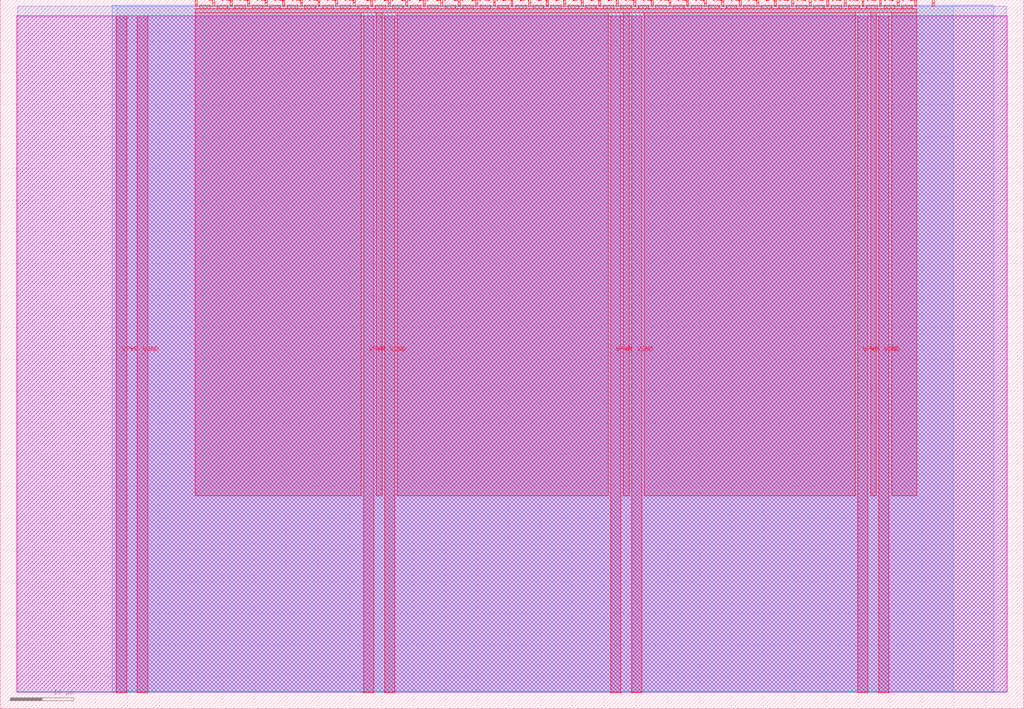
<source format=lef>
VERSION 5.7 ;
  NOWIREEXTENSIONATPIN ON ;
  DIVIDERCHAR "/" ;
  BUSBITCHARS "[]" ;
MACRO tt_um_rebeccargb_styler
  CLASS BLOCK ;
  FOREIGN tt_um_rebeccargb_styler ;
  ORIGIN 0.000 0.000 ;
  SIZE 161.000 BY 111.520 ;
  PIN VGND
    DIRECTION INOUT ;
    USE GROUND ;
    PORT
      LAYER met4 ;
        RECT 21.580 2.480 23.180 109.040 ;
    END
    PORT
      LAYER met4 ;
        RECT 60.450 2.480 62.050 109.040 ;
    END
    PORT
      LAYER met4 ;
        RECT 99.320 2.480 100.920 109.040 ;
    END
    PORT
      LAYER met4 ;
        RECT 138.190 2.480 139.790 109.040 ;
    END
  END VGND
  PIN VPWR
    DIRECTION INOUT ;
    USE POWER ;
    PORT
      LAYER met4 ;
        RECT 18.280 2.480 19.880 109.040 ;
    END
    PORT
      LAYER met4 ;
        RECT 57.150 2.480 58.750 109.040 ;
    END
    PORT
      LAYER met4 ;
        RECT 96.020 2.480 97.620 109.040 ;
    END
    PORT
      LAYER met4 ;
        RECT 134.890 2.480 136.490 109.040 ;
    END
  END VPWR
  PIN clk
    DIRECTION INPUT ;
    USE SIGNAL ;
    ANTENNAGATEAREA 0.852000 ;
    PORT
      LAYER met4 ;
        RECT 143.830 110.520 144.130 111.520 ;
    END
  END clk
  PIN ena
    DIRECTION INPUT ;
    USE SIGNAL ;
    PORT
      LAYER met4 ;
        RECT 146.590 110.520 146.890 111.520 ;
    END
  END ena
  PIN rst_n
    DIRECTION INPUT ;
    USE SIGNAL ;
    ANTENNAGATEAREA 0.126000 ;
    PORT
      LAYER met4 ;
        RECT 141.070 110.520 141.370 111.520 ;
    END
  END rst_n
  PIN ui_in[0]
    DIRECTION INPUT ;
    USE SIGNAL ;
    ANTENNAGATEAREA 0.159000 ;
    PORT
      LAYER met4 ;
        RECT 138.310 110.520 138.610 111.520 ;
    END
  END ui_in[0]
  PIN ui_in[1]
    DIRECTION INPUT ;
    USE SIGNAL ;
    ANTENNAGATEAREA 0.159000 ;
    PORT
      LAYER met4 ;
        RECT 135.550 110.520 135.850 111.520 ;
    END
  END ui_in[1]
  PIN ui_in[2]
    DIRECTION INPUT ;
    USE SIGNAL ;
    ANTENNAGATEAREA 0.213000 ;
    PORT
      LAYER met4 ;
        RECT 132.790 110.520 133.090 111.520 ;
    END
  END ui_in[2]
  PIN ui_in[3]
    DIRECTION INPUT ;
    USE SIGNAL ;
    ANTENNAGATEAREA 0.196500 ;
    PORT
      LAYER met4 ;
        RECT 130.030 110.520 130.330 111.520 ;
    END
  END ui_in[3]
  PIN ui_in[4]
    DIRECTION INPUT ;
    USE SIGNAL ;
    ANTENNAGATEAREA 0.196500 ;
    PORT
      LAYER met4 ;
        RECT 127.270 110.520 127.570 111.520 ;
    END
  END ui_in[4]
  PIN ui_in[5]
    DIRECTION INPUT ;
    USE SIGNAL ;
    ANTENNAGATEAREA 0.196500 ;
    PORT
      LAYER met4 ;
        RECT 124.510 110.520 124.810 111.520 ;
    END
  END ui_in[5]
  PIN ui_in[6]
    DIRECTION INPUT ;
    USE SIGNAL ;
    ANTENNAGATEAREA 0.126000 ;
    PORT
      LAYER met4 ;
        RECT 121.750 110.520 122.050 111.520 ;
    END
  END ui_in[6]
  PIN ui_in[7]
    DIRECTION INPUT ;
    USE SIGNAL ;
    ANTENNAGATEAREA 0.196500 ;
    PORT
      LAYER met4 ;
        RECT 118.990 110.520 119.290 111.520 ;
    END
  END ui_in[7]
  PIN uio_in[0]
    DIRECTION INPUT ;
    USE SIGNAL ;
    ANTENNAGATEAREA 0.159000 ;
    PORT
      LAYER met4 ;
        RECT 116.230 110.520 116.530 111.520 ;
    END
  END uio_in[0]
  PIN uio_in[1]
    DIRECTION INPUT ;
    USE SIGNAL ;
    ANTENNAGATEAREA 0.159000 ;
    PORT
      LAYER met4 ;
        RECT 113.470 110.520 113.770 111.520 ;
    END
  END uio_in[1]
  PIN uio_in[2]
    DIRECTION INPUT ;
    USE SIGNAL ;
    ANTENNAGATEAREA 0.159000 ;
    PORT
      LAYER met4 ;
        RECT 110.710 110.520 111.010 111.520 ;
    END
  END uio_in[2]
  PIN uio_in[3]
    DIRECTION INPUT ;
    USE SIGNAL ;
    ANTENNAGATEAREA 0.159000 ;
    PORT
      LAYER met4 ;
        RECT 107.950 110.520 108.250 111.520 ;
    END
  END uio_in[3]
  PIN uio_in[4]
    DIRECTION INPUT ;
    USE SIGNAL ;
    ANTENNAGATEAREA 0.213000 ;
    PORT
      LAYER met4 ;
        RECT 105.190 110.520 105.490 111.520 ;
    END
  END uio_in[4]
  PIN uio_in[5]
    DIRECTION INPUT ;
    USE SIGNAL ;
    ANTENNAGATEAREA 0.159000 ;
    PORT
      LAYER met4 ;
        RECT 102.430 110.520 102.730 111.520 ;
    END
  END uio_in[5]
  PIN uio_in[6]
    DIRECTION INPUT ;
    USE SIGNAL ;
    ANTENNAGATEAREA 0.159000 ;
    PORT
      LAYER met4 ;
        RECT 99.670 110.520 99.970 111.520 ;
    END
  END uio_in[6]
  PIN uio_in[7]
    DIRECTION INPUT ;
    USE SIGNAL ;
    ANTENNAGATEAREA 0.159000 ;
    PORT
      LAYER met4 ;
        RECT 96.910 110.520 97.210 111.520 ;
    END
  END uio_in[7]
  PIN uio_oe[0]
    DIRECTION OUTPUT ;
    USE SIGNAL ;
    ANTENNADIFFAREA 0.445500 ;
    PORT
      LAYER met4 ;
        RECT 49.990 110.520 50.290 111.520 ;
    END
  END uio_oe[0]
  PIN uio_oe[1]
    DIRECTION OUTPUT ;
    USE SIGNAL ;
    ANTENNADIFFAREA 0.445500 ;
    PORT
      LAYER met4 ;
        RECT 47.230 110.520 47.530 111.520 ;
    END
  END uio_oe[1]
  PIN uio_oe[2]
    DIRECTION OUTPUT ;
    USE SIGNAL ;
    ANTENNADIFFAREA 0.445500 ;
    PORT
      LAYER met4 ;
        RECT 44.470 110.520 44.770 111.520 ;
    END
  END uio_oe[2]
  PIN uio_oe[3]
    DIRECTION OUTPUT ;
    USE SIGNAL ;
    ANTENNADIFFAREA 0.445500 ;
    PORT
      LAYER met4 ;
        RECT 41.710 110.520 42.010 111.520 ;
    END
  END uio_oe[3]
  PIN uio_oe[4]
    DIRECTION OUTPUT ;
    USE SIGNAL ;
    ANTENNADIFFAREA 0.445500 ;
    PORT
      LAYER met4 ;
        RECT 38.950 110.520 39.250 111.520 ;
    END
  END uio_oe[4]
  PIN uio_oe[5]
    DIRECTION OUTPUT ;
    USE SIGNAL ;
    ANTENNADIFFAREA 0.445500 ;
    PORT
      LAYER met4 ;
        RECT 36.190 110.520 36.490 111.520 ;
    END
  END uio_oe[5]
  PIN uio_oe[6]
    DIRECTION OUTPUT ;
    USE SIGNAL ;
    ANTENNADIFFAREA 0.445500 ;
    PORT
      LAYER met4 ;
        RECT 33.430 110.520 33.730 111.520 ;
    END
  END uio_oe[6]
  PIN uio_oe[7]
    DIRECTION OUTPUT ;
    USE SIGNAL ;
    ANTENNAGATEAREA 1.113000 ;
    ANTENNADIFFAREA 1.075200 ;
    PORT
      LAYER met4 ;
        RECT 30.670 110.520 30.970 111.520 ;
    END
  END uio_oe[7]
  PIN uio_out[0]
    DIRECTION OUTPUT ;
    USE SIGNAL ;
    ANTENNAGATEAREA 0.213000 ;
    ANTENNADIFFAREA 0.891000 ;
    PORT
      LAYER met4 ;
        RECT 72.070 110.520 72.370 111.520 ;
    END
  END uio_out[0]
  PIN uio_out[1]
    DIRECTION OUTPUT ;
    USE SIGNAL ;
    ANTENNAGATEAREA 0.213000 ;
    ANTENNADIFFAREA 0.924000 ;
    PORT
      LAYER met4 ;
        RECT 69.310 110.520 69.610 111.520 ;
    END
  END uio_out[1]
  PIN uio_out[2]
    DIRECTION OUTPUT ;
    USE SIGNAL ;
    ANTENNAGATEAREA 0.213000 ;
    ANTENNADIFFAREA 0.924000 ;
    PORT
      LAYER met4 ;
        RECT 66.550 110.520 66.850 111.520 ;
    END
  END uio_out[2]
  PIN uio_out[3]
    DIRECTION OUTPUT ;
    USE SIGNAL ;
    ANTENNAGATEAREA 0.213000 ;
    ANTENNADIFFAREA 0.924000 ;
    PORT
      LAYER met4 ;
        RECT 63.790 110.520 64.090 111.520 ;
    END
  END uio_out[3]
  PIN uio_out[4]
    DIRECTION OUTPUT ;
    USE SIGNAL ;
    ANTENNAGATEAREA 0.159000 ;
    ANTENNADIFFAREA 0.924000 ;
    PORT
      LAYER met4 ;
        RECT 61.030 110.520 61.330 111.520 ;
    END
  END uio_out[4]
  PIN uio_out[5]
    DIRECTION OUTPUT ;
    USE SIGNAL ;
    ANTENNAGATEAREA 0.213000 ;
    ANTENNADIFFAREA 0.924000 ;
    PORT
      LAYER met4 ;
        RECT 58.270 110.520 58.570 111.520 ;
    END
  END uio_out[5]
  PIN uio_out[6]
    DIRECTION OUTPUT ;
    USE SIGNAL ;
    ANTENNAGATEAREA 0.213000 ;
    ANTENNADIFFAREA 0.891000 ;
    PORT
      LAYER met4 ;
        RECT 55.510 110.520 55.810 111.520 ;
    END
  END uio_out[6]
  PIN uio_out[7]
    DIRECTION OUTPUT ;
    USE SIGNAL ;
    ANTENNAGATEAREA 0.213000 ;
    ANTENNADIFFAREA 1.288000 ;
    PORT
      LAYER met4 ;
        RECT 52.750 110.520 53.050 111.520 ;
    END
  END uio_out[7]
  PIN uo_out[0]
    DIRECTION OUTPUT ;
    USE SIGNAL ;
    ANTENNADIFFAREA 0.795200 ;
    PORT
      LAYER met4 ;
        RECT 94.150 110.520 94.450 111.520 ;
    END
  END uo_out[0]
  PIN uo_out[1]
    DIRECTION OUTPUT ;
    USE SIGNAL ;
    ANTENNADIFFAREA 0.795200 ;
    PORT
      LAYER met4 ;
        RECT 91.390 110.520 91.690 111.520 ;
    END
  END uo_out[1]
  PIN uo_out[2]
    DIRECTION OUTPUT ;
    USE SIGNAL ;
    ANTENNADIFFAREA 0.795200 ;
    PORT
      LAYER met4 ;
        RECT 88.630 110.520 88.930 111.520 ;
    END
  END uo_out[2]
  PIN uo_out[3]
    DIRECTION OUTPUT ;
    USE SIGNAL ;
    ANTENNADIFFAREA 0.795200 ;
    PORT
      LAYER met4 ;
        RECT 85.870 110.520 86.170 111.520 ;
    END
  END uo_out[3]
  PIN uo_out[4]
    DIRECTION OUTPUT ;
    USE SIGNAL ;
    ANTENNADIFFAREA 0.445500 ;
    PORT
      LAYER met4 ;
        RECT 83.110 110.520 83.410 111.520 ;
    END
  END uo_out[4]
  PIN uo_out[5]
    DIRECTION OUTPUT ;
    USE SIGNAL ;
    ANTENNADIFFAREA 0.795200 ;
    PORT
      LAYER met4 ;
        RECT 80.350 110.520 80.650 111.520 ;
    END
  END uo_out[5]
  PIN uo_out[6]
    DIRECTION OUTPUT ;
    USE SIGNAL ;
    ANTENNADIFFAREA 0.795200 ;
    PORT
      LAYER met4 ;
        RECT 77.590 110.520 77.890 111.520 ;
    END
  END uo_out[6]
  PIN uo_out[7]
    DIRECTION OUTPUT ;
    USE SIGNAL ;
    ANTENNADIFFAREA 0.795200 ;
    PORT
      LAYER met4 ;
        RECT 74.830 110.520 75.130 111.520 ;
    END
  END uo_out[7]
  OBS
      LAYER nwell ;
        RECT 2.570 2.635 158.430 108.990 ;
      LAYER li1 ;
        RECT 2.760 2.635 158.240 108.885 ;
      LAYER met1 ;
        RECT 2.760 2.480 158.240 110.460 ;
      LAYER met2 ;
        RECT 17.580 2.535 156.300 110.685 ;
      LAYER met3 ;
        RECT 18.290 2.555 149.895 110.665 ;
      LAYER met4 ;
        RECT 31.370 110.120 33.030 110.665 ;
        RECT 34.130 110.120 35.790 110.665 ;
        RECT 36.890 110.120 38.550 110.665 ;
        RECT 39.650 110.120 41.310 110.665 ;
        RECT 42.410 110.120 44.070 110.665 ;
        RECT 45.170 110.120 46.830 110.665 ;
        RECT 47.930 110.120 49.590 110.665 ;
        RECT 50.690 110.120 52.350 110.665 ;
        RECT 53.450 110.120 55.110 110.665 ;
        RECT 56.210 110.120 57.870 110.665 ;
        RECT 58.970 110.120 60.630 110.665 ;
        RECT 61.730 110.120 63.390 110.665 ;
        RECT 64.490 110.120 66.150 110.665 ;
        RECT 67.250 110.120 68.910 110.665 ;
        RECT 70.010 110.120 71.670 110.665 ;
        RECT 72.770 110.120 74.430 110.665 ;
        RECT 75.530 110.120 77.190 110.665 ;
        RECT 78.290 110.120 79.950 110.665 ;
        RECT 81.050 110.120 82.710 110.665 ;
        RECT 83.810 110.120 85.470 110.665 ;
        RECT 86.570 110.120 88.230 110.665 ;
        RECT 89.330 110.120 90.990 110.665 ;
        RECT 92.090 110.120 93.750 110.665 ;
        RECT 94.850 110.120 96.510 110.665 ;
        RECT 97.610 110.120 99.270 110.665 ;
        RECT 100.370 110.120 102.030 110.665 ;
        RECT 103.130 110.120 104.790 110.665 ;
        RECT 105.890 110.120 107.550 110.665 ;
        RECT 108.650 110.120 110.310 110.665 ;
        RECT 111.410 110.120 113.070 110.665 ;
        RECT 114.170 110.120 115.830 110.665 ;
        RECT 116.930 110.120 118.590 110.665 ;
        RECT 119.690 110.120 121.350 110.665 ;
        RECT 122.450 110.120 124.110 110.665 ;
        RECT 125.210 110.120 126.870 110.665 ;
        RECT 127.970 110.120 129.630 110.665 ;
        RECT 130.730 110.120 132.390 110.665 ;
        RECT 133.490 110.120 135.150 110.665 ;
        RECT 136.250 110.120 137.910 110.665 ;
        RECT 139.010 110.120 140.670 110.665 ;
        RECT 141.770 110.120 143.430 110.665 ;
        RECT 30.655 109.440 144.145 110.120 ;
        RECT 30.655 33.495 56.750 109.440 ;
        RECT 59.150 33.495 60.050 109.440 ;
        RECT 62.450 33.495 95.620 109.440 ;
        RECT 98.020 33.495 98.920 109.440 ;
        RECT 101.320 33.495 134.490 109.440 ;
        RECT 136.890 33.495 137.790 109.440 ;
        RECT 140.190 33.495 144.145 109.440 ;
  END
END tt_um_rebeccargb_styler
END LIBRARY


</source>
